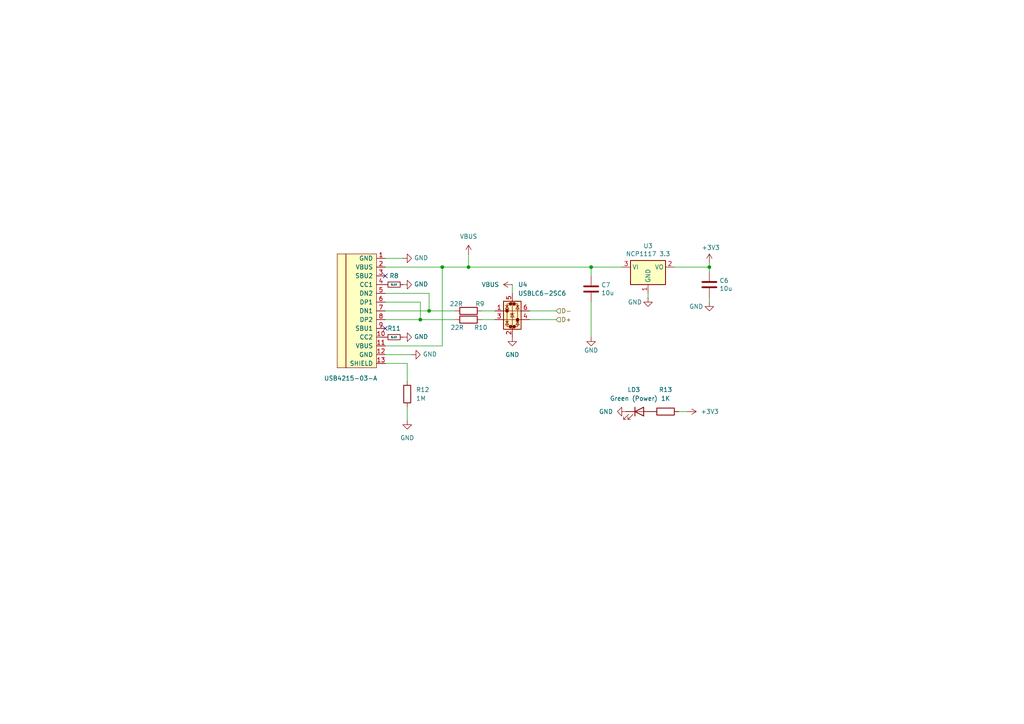
<source format=kicad_sch>
(kicad_sch (version 20250114) (generator "eeschema") (generator_version "9.0")
  (paper "A4")
  (title_block (title "${NAME} ${MODEL}") (date "2025-07-04") (rev "${VERSION}") (company "Mikhail Matveev") (comment 1 "https://github.com/rh1tech/echo"))
  (lib_symbols
    (symbol "+3V3_1" (power) (pin_numbers (hide yes)) (pin_names (offset 0) (hide yes))
      (property "Value" "+3V3" (at 0 3.556 0))
      (symbol "+3V3_1_0_1"
        (polyline (pts (xy -0.762 1.27) (xy 0 2.54)))
        (polyline (pts (xy 0 2.54) (xy 0.762 1.27)))
        (polyline (pts (xy 0 0) (xy 0 2.54)))
      )
      (symbol "+3V3_1_1_1"
        (pin power_in line (at 0 0 90) (length 0) (name "~") (number "1"))
      )
    )
    (symbol "Device:C" (pin_numbers (hide yes)) (pin_names (offset 0.254))
      (property "Reference" "C" (at 0.635 2.54 0))
      (property "Value" "C" (at 0.635 -2.54 0))
      (symbol "C_0_1"
        (polyline (pts (xy -2.032 0.762) (xy 2.032 0.762)) (stroke (width 0.508)))
        (polyline (pts (xy -2.032 -0.762) (xy 2.032 -0.762)) (stroke (width 0.508)))
      )
      (symbol "C_1_1"
        (pin passive line (at 0 3.81 270) (length 2.794) (name "~") (number "1"))
        (pin passive line (at 0 -3.81 90) (length 2.794) (name "~") (number "2"))
      )
    )
    (symbol "Device:LED" (pin_numbers (hide yes)) (pin_names (offset 1.016) (hide yes))
      (property "Reference" "D" (at 0 2.54 0))
      (property "Value" "LED" (at 0 -2.54 0))
      (symbol "LED_0_1"
        (polyline (pts (xy -3.048 -0.762) (xy -4.572 -2.286) (xy -3.81 -2.286) (xy -4.572 -2.286) (xy -4.572 -1.524)))
        (polyline (pts (xy -1.778 -0.762) (xy -3.302 -2.286) (xy -2.54 -2.286) (xy -3.302 -2.286) (xy -3.302 -1.524)))
        (polyline (pts (xy -1.27 0) (xy 1.27 0)))
        (polyline (pts (xy -1.27 -1.27) (xy -1.27 1.27)) (stroke (width 0.254)))
        (polyline (pts (xy 1.27 -1.27) (xy 1.27 1.27) (xy -1.27 0) (xy 1.27 -1.27)) (stroke (width 0.254)))
      )
      (symbol "LED_1_1"
        (pin passive line (at -3.81 0 0) (length 2.54) (name "K") (number "1"))
        (pin passive line (at 3.81 0 180) (length 2.54) (name "A") (number "2"))
      )
    )
    (symbol "Device:R" (pin_numbers (hide yes)) (pin_names (offset 0))
      (property "Reference" "R" (at 2.032 0 90))
      (property "Value" "R" (at 0 0 90))
      (symbol "R_0_1"
        (rectangle (start -1.016 -2.54) (end 1.016 2.54) (stroke (width 0.254)))
      )
      (symbol "R_1_1"
        (pin passive line (at 0 3.81 270) (length 1.27) (name "~") (number "1"))
        (pin passive line (at 0 -3.81 90) (length 1.27) (name "~") (number "2"))
      )
    )
    (symbol "Device:R_Small" (pin_numbers (hide yes)) (pin_names (offset 0.254) (hide yes))
      (property "Reference" "R" (at 0.762 0.508 0))
      (property "Value" "R_Small" (at 0.762 -1.016 0))
      (symbol "R_Small_0_1"
        (rectangle (start -0.762 1.778) (end 0.762 -1.778) (stroke (width 0.2032)))
      )
      (symbol "R_Small_1_1"
        (pin passive line (at 0 2.54 270) (length 0.762) (name "~") (number "1"))
        (pin passive line (at 0 -2.54 90) (length 0.762) (name "~") (number "2"))
      )
    )
    (symbol "FRANK:USB-C" (pin_names (offset 1.016))
      (property "Value" "USB Type C" (at 0.254 -20.828 0))
      (symbol "USB-C_0_1"
        (rectangle (start -11.43 15.24) (end -8.89 -17.78) (fill (type background)))
        (rectangle (start 0 -17.78) (end -8.89 15.24) (fill (type background)))
      )
      (symbol "USB-C_1_1"
        (pin input line (at 2.54 13.97 180) (length 2.54) (name "GND") (number "1"))
        (pin input line (at 2.54 11.43 180) (length 2.54) (name "VBUS") (number "2"))
        (pin input line (at 2.54 8.89 180) (length 2.54) (name "SBU2") (number "3"))
        (pin input line (at 2.54 6.35 180) (length 2.54) (name "CC1") (number "4"))
        (pin input line (at 2.54 3.81 180) (length 2.54) (name "DN2") (number "5"))
        (pin input line (at 2.54 1.27 180) (length 2.54) (name "DP1") (number "6"))
        (pin input line (at 2.54 -1.27 180) (length 2.54) (name "DN1") (number "7"))
        (pin input line (at 2.54 -3.81 180) (length 2.54) (name "DP2") (number "8"))
        (pin input line (at 2.54 -6.35 180) (length 2.54) (name "SBU1") (number "9"))
        (pin input line (at 2.54 -8.89 180) (length 2.54) (name "CC2") (number "10"))
        (pin input line (at 2.54 -11.43 180) (length 2.54) (name "VBUS") (number "11"))
        (pin input line (at 2.54 -13.97 180) (length 2.54) (name "GND") (number "12"))
        (pin input line (at 2.54 -16.51 180) (length 2.54) (name "SHIELD") (number "13"))
      )
    )
    (symbol "GND_1" (power) (pin_numbers (hide yes)) (pin_names (offset 0) (hide yes))
      (property "Value" "GND" (at 0 -3.81 0))
      (symbol "GND_1_0_1"
        (polyline (pts (xy 0 0) (xy 0 -1.27) (xy 1.27 -1.27) (xy 0 -2.54) (xy -1.27 -1.27) (xy 0 -1.27)))
      )
      (symbol "GND_1_1_1"
        (pin power_in line (at 0 0 270) (length 0) (name "~") (number "1"))
      )
    )
    (symbol "GND_2" (power) (pin_numbers (hide yes)) (pin_names (offset 0) (hide yes))
      (property "Value" "GND" (at 0 -3.81 0))
      (symbol "GND_2_0_1"
        (polyline (pts (xy 0 0) (xy 0 -1.27) (xy 1.27 -1.27) (xy 0 -2.54) (xy -1.27 -1.27) (xy 0 -1.27)))
      )
      (symbol "GND_2_1_1"
        (pin power_in line (at 0 0 270) (length 0) (name "~") (number "1"))
      )
    )
    (symbol "GND_3" (power) (pin_numbers (hide yes)) (pin_names (offset 0) (hide yes))
      (property "Value" "GND" (at 0 -3.81 0))
      (symbol "GND_3_0_1"
        (polyline (pts (xy 0 0) (xy 0 -1.27) (xy 1.27 -1.27) (xy 0 -2.54) (xy -1.27 -1.27) (xy 0 -1.27)))
      )
      (symbol "GND_3_1_1"
        (pin power_in line (at 0 0 270) (length 0) (name "~") (number "1"))
      )
    )
    (symbol "GND_4" (power) (pin_numbers (hide yes)) (pin_names (offset 0) (hide yes))
      (property "Value" "GND" (at 0 -3.81 0))
      (symbol "GND_4_0_1"
        (polyline (pts (xy 0 0) (xy 0 -1.27) (xy 1.27 -1.27) (xy 0 -2.54) (xy -1.27 -1.27) (xy 0 -1.27)))
      )
      (symbol "GND_4_1_1"
        (pin power_in line (at 0 0 270) (length 0) (name "~") (number "1"))
      )
    )
    (symbol "GND_5" (power) (pin_numbers (hide yes)) (pin_names (offset 0) (hide yes))
      (property "Value" "GND" (at 0 -3.81 0))
      (symbol "GND_5_0_1"
        (polyline (pts (xy 0 0) (xy 0 -1.27) (xy 1.27 -1.27) (xy 0 -2.54) (xy -1.27 -1.27) (xy 0 -1.27)))
      )
      (symbol "GND_5_1_1"
        (pin power_in line (at 0 0 270) (length 0) (name "~") (number "1"))
      )
    )
    (symbol "GND_6" (power) (pin_numbers (hide yes)) (pin_names (offset 0) (hide yes))
      (property "Value" "GND" (at 0 -3.81 0))
      (symbol "GND_6_0_1"
        (polyline (pts (xy 0 0) (xy 0 -1.27) (xy 1.27 -1.27) (xy 0 -2.54) (xy -1.27 -1.27) (xy 0 -1.27)))
      )
      (symbol "GND_6_1_1"
        (pin power_in line (at 0 0 270) (length 0) (name "~") (number "1"))
      )
    )
    (symbol "GND_7" (power) (pin_numbers (hide yes)) (pin_names (offset 0) (hide yes))
      (property "Value" "GND" (at 0 -3.81 0))
      (symbol "GND_7_0_1"
        (polyline (pts (xy 0 0) (xy 0 -1.27) (xy 1.27 -1.27) (xy 0 -2.54) (xy -1.27 -1.27) (xy 0 -1.27)))
      )
      (symbol "GND_7_1_1"
        (pin power_in line (at 0 0 270) (length 0) (name "~") (number "1"))
      )
    )
    (symbol "Power_Protection:USBLC6-2SC6" (pin_names (hide yes))
      (property "Reference" "U" (at 0.635 5.715 0))
      (property "Value" "USBLC6-2SC6" (at 0.635 3.81 0))
      (symbol "USBLC6-2SC6_0_0"
        (circle (center -1.524 0) (radius 0.0001) (stroke (width 0.508)))
        (circle (center -0.508 2.032) (radius 0.0001) (stroke (width 0.508)))
        (circle (center -0.508 -4.572) (radius 0.0001) (stroke (width 0.508)))
        (circle (center 0.508 2.032) (radius 0.0001) (stroke (width 0.508)))
        (circle (center 0.508 -4.572) (radius 0.0001) (stroke (width 0.508)))
        (circle (center 1.524 -2.54) (radius 0.0001) (stroke (width 0.508)))
      )
      (symbol "USBLC6-2SC6_0_1"
        (polyline (pts (xy -2.54 0) (xy 2.54 0)))
        (polyline (pts (xy -2.54 -2.54) (xy 2.54 -2.54)))
        (polyline (pts (xy -2.032 0.508) (xy -1.016 0.508) (xy -1.524 1.524) (xy -2.032 0.508)))
        (polyline (pts (xy -2.032 -3.048) (xy -1.016 -3.048)))
        (polyline (pts (xy -1.016 1.524) (xy -2.032 1.524)))
        (polyline (pts (xy -1.016 -4.064) (xy -2.032 -4.064) (xy -1.524 -3.048) (xy -1.016 -4.064)))
        (polyline (pts (xy -0.508 -1.143) (xy -0.508 -0.762) (xy 0.508 -0.762)))
        (polyline (pts (xy 0 2.54) (xy -0.508 2.032) (xy 0.508 2.032) (xy 0 1.524) (xy 0 -4.064) (xy -0.508 -4.572) (xy 0.508 -4.572) (xy 0 -5.08)))
        (polyline (pts (xy 0.508 -1.778) (xy -0.508 -1.778) (xy 0 -0.762) (xy 0.508 -1.778)))
        (polyline (pts (xy 1.016 1.524) (xy 2.032 1.524)))
        (polyline (pts (xy 1.016 -3.048) (xy 2.032 -3.048)))
        (polyline (pts (xy 2.032 0.508) (xy 1.016 0.508) (xy 1.524 1.524) (xy 2.032 0.508)))
        (polyline (pts (xy 2.032 -4.064) (xy 1.016 -4.064) (xy 1.524 -3.048) (xy 2.032 -4.064)))
      )
      (symbol "USBLC6-2SC6_1_1"
        (rectangle (start -2.54 2.794) (end 2.54 -5.334) (stroke (width 0.254)) (fill (type background)))
        (polyline (pts (xy -0.508 2.032) (xy -1.524 2.032) (xy -1.524 -4.572) (xy -0.508 -4.572)))
        (polyline (pts (xy 0.508 -4.572) (xy 1.524 -4.572) (xy 1.524 2.032) (xy 0.508 2.032)))
        (pin passive line (at -5.08 0 0) (length 2.54) (name "I/O1") (number "1"))
        (pin passive line (at -5.08 -2.54 0) (length 2.54) (name "I/O2") (number "3"))
        (pin passive line (at 0 5.08 270) (length 2.54) (name "VBUS") (number "5"))
        (pin passive line (at 0 -7.62 90) (length 2.54) (name "GND") (number "2"))
        (pin passive line (at 5.08 0 180) (length 2.54) (name "I/O1") (number "6"))
        (pin passive line (at 5.08 -2.54 180) (length 2.54) (name "I/O2") (number "4"))
      )
    )
    (symbol "Regulator_Linear:NCP1117-3.3_SOT223"
      (property "Reference" "U" (at -3.81 3.175 0))
      (property "Value" "NCP1117-3.3_SOT223" (at 0 3.175 0))
      (symbol "NCP1117-3.3_SOT223_0_1"
        (rectangle (start -5.08 -5.08) (end 5.08 1.905) (stroke (width 0.254)) (fill (type background)))
      )
      (symbol "NCP1117-3.3_SOT223_1_1"
        (pin power_in line (at -7.62 0 0) (length 2.54) (name "VI") (number "3"))
        (pin power_in line (at 0 -7.62 90) (length 2.54) (name "GND") (number "1"))
        (pin power_out line (at 7.62 0 180) (length 2.54) (name "VO") (number "2"))
      )
    )
    (symbol "power:+3V3" (power) (pin_numbers (hide yes)) (pin_names (offset 0) (hide yes))
      (property "Value" "+3V3" (at 0 3.556 0))
      (symbol "+3V3_0_1"
        (polyline (pts (xy -0.762 1.27) (xy 0 2.54)))
        (polyline (pts (xy 0 2.54) (xy 0.762 1.27)))
        (polyline (pts (xy 0 0) (xy 0 2.54)))
      )
      (symbol "+3V3_1_1"
        (pin power_in line (at 0 0 90) (length 0) (name "~") (number "1"))
      )
    )
    (symbol "power:GND" (power) (pin_numbers (hide yes)) (pin_names (offset 0) (hide yes))
      (property "Value" "GND" (at 0 -3.81 0))
      (symbol "GND_0_1"
        (polyline (pts (xy 0 0) (xy 0 -1.27) (xy 1.27 -1.27) (xy 0 -2.54) (xy -1.27 -1.27) (xy 0 -1.27)))
      )
      (symbol "GND_1_1"
        (pin power_in line (at 0 0 270) (length 0) (name "~") (number "1"))
      )
    )
    (symbol "power:VBUS" (power) (pin_numbers (hide yes)) (pin_names (offset 0) (hide yes))
      (property "Value" "VBUS" (at 0 3.556 0))
      (symbol "VBUS_0_1"
        (polyline (pts (xy -0.762 1.27) (xy 0 2.54)))
        (polyline (pts (xy 0 2.54) (xy 0.762 1.27)))
        (polyline (pts (xy 0 0) (xy 0 2.54)))
      )
      (symbol "VBUS_1_1"
        (pin power_in line (at 0 0 90) (length 0) (name "~") (number "1"))
      )
    )
  )
  (junction (at 121.92 92.71))
  (junction (at 171.45 77.47))
  (junction (at 128.27 77.47))
  (junction (at 124.46 90.17))
  (junction (at 205.74 77.47))
  (junction (at 135.89 77.47))
  (no_connect (at 111.76 95.25))
  (no_connect (at 111.76 80.01))
  (wire (pts (xy 111.76 77.47) (xy 128.27 77.47)))
  (wire (pts (xy 111.76 87.63) (xy 121.92 87.63)))
  (wire (pts (xy 139.7 90.17) (xy 143.51 90.17)))
  (wire (pts (xy 135.89 77.47) (xy 171.45 77.47)))
  (wire (pts (xy 111.76 102.87) (xy 119.38 102.87)))
  (wire (pts (xy 180.34 77.47) (xy 171.45 77.47)))
  (wire (pts (xy 205.74 77.47) (xy 205.74 76.2)))
  (wire (pts (xy 148.59 82.55) (xy 148.59 85.09)))
  (wire (pts (xy 153.67 92.71) (xy 161.29 92.71)))
  (wire (pts (xy 128.27 100.33) (xy 111.76 100.33)))
  (wire (pts (xy 205.74 78.74) (xy 205.74 77.47)))
  (wire (pts (xy 118.11 121.92) (xy 118.11 118.11)))
  (wire (pts (xy 195.58 77.47) (xy 205.74 77.47)))
  (wire (pts (xy 111.76 85.09) (xy 124.46 85.09)))
  (wire (pts (xy 111.76 90.17) (xy 124.46 90.17)))
  (wire (pts (xy 124.46 90.17) (xy 132.08 90.17)))
  (wire (pts (xy 128.27 77.47) (xy 128.27 100.33)))
  (wire (pts (xy 111.76 74.93) (xy 116.84 74.93)))
  (wire (pts (xy 139.7 92.71) (xy 143.51 92.71)))
  (wire (pts (xy 205.74 86.36) (xy 205.74 87.63)))
  (wire (pts (xy 171.45 77.47) (xy 171.45 80.01)))
  (wire (pts (xy 111.76 92.71) (xy 121.92 92.71)))
  (wire (pts (xy 171.45 87.63) (xy 171.45 97.79)))
  (wire (pts (xy 118.11 105.41) (xy 118.11 110.49)))
  (wire (pts (xy 111.76 105.41) (xy 118.11 105.41)))
  (wire (pts (xy 135.89 73.66) (xy 135.89 77.47)))
  (wire (pts (xy 196.85 119.38) (xy 199.39 119.38)))
  (wire (pts (xy 153.67 90.17) (xy 161.29 90.17)))
  (wire (pts (xy 128.27 77.47) (xy 135.89 77.47)))
  (wire (pts (xy 187.96 85.09) (xy 187.96 86.36)))
  (wire (pts (xy 124.46 85.09) (xy 124.46 90.17)))
  (wire (pts (xy 121.92 92.71) (xy 132.08 92.71)))
  (wire (pts (xy 121.92 87.63) (xy 121.92 92.71)))
  (hierarchical_label "D-" (shape input) (at 161.29 90.17 0))
  (hierarchical_label "D+" (shape input) (at 161.29 92.71 0))
  (symbol (lib_name "GND_3") (lib_id "power:GND") (at 171.45 97.79 0) (unit 1)
    (property "Reference" "#PWR027" (effects (hide yes)))
    (property "Value" "GND" (at 171.45 101.6 0))
    (property "Description" "Power symbol creates a global label with name \"GND\" , ground" (effects (hide yes)))
  )
  (symbol (lib_id "power:VBUS") (at 135.89 73.66 0) (unit 1)
    (property "Reference" "#PWR018" (effects (hide yes)))
    (property "Value" "VBUS" (at 135.89 68.58 0))
    (property "Description" "Power symbol creates a global label with name \"VBUS\"" (effects (hide yes)))
  )
  (symbol (lib_name "GND_5") (lib_id "power:GND") (at 116.84 97.79 90) (unit 1)
    (property "Reference" "#PWR025" (effects (hide yes)))
    (property "Value" "GND" (at 120.0912 97.663 90) (effects (justify right)))
    (property "Description" "Power symbol creates a global label with name \"GND\" , ground" (effects (hide yes)))
  )
  (symbol (lib_name "GND_2") (lib_id "power:GND") (at 181.61 119.38 270) (unit 1)
    (property "Reference" "#PWR029" (effects (hide yes)))
    (property "Value" "GND" (at 177.8 119.3799 90) (effects (justify right)))
    (property "Description" "Power symbol creates a global label with name \"GND\" , ground" (effects (hide yes)))
  )
  (symbol (lib_id "Power_Protection:USBLC6-2SC6") (at 148.59 90.17 0) (unit 1)
    (property "Reference" "U4" (at 150.2411 82.55 0) (effects (justify left)))
    (property "Value" "USBLC6-2SC6" (at 150.2411 85.09 0) (effects (justify left)))
    (property "Footprint" "FRANK:SOT-23-6" (effects (hide yes)))
    (property "Datasheet" "https://www.st.com/resource/en/datasheet/usblc6-2.pdf" (effects (hide yes)))
    (property "Description" "Very low capacitance ESD protection diode, 2 data-line, SOT-23-6" (effects (hide yes)))
  )
  (symbol (lib_id "power:GND") (at 148.59 97.79 0) (unit 1)
    (property "Reference" "#PWR026" (effects (hide yes)))
    (property "Value" "GND" (at 148.59 102.87 0))
    (property "Description" "Power symbol creates a global label with name \"GND\" , ground" (effects (hide yes)))
  )
  (symbol (lib_id "Device:LED") (at 185.42 119.38 0) (unit 1)
    (property "Reference" "LD3" (at 183.8325 113.03 0))
    (property "Value" "Green (Power)" (at 183.8325 115.57 0))
    (property "Footprint" "FRANK:LED (0805)" (effects (hide yes)))
    (property "Datasheet" "https://www.farnell.com/datasheets/1760130.pdf" (effects (hide yes)))
    (property "Description" "Light emitting diode" (effects (hide yes)))
    (property "AliExpress" "https://www.aliexpress.com/item/1005007252088951.html" (effects (hide yes)))
    (property "Sim.Pins" "1=K 2=A" (effects (hide yes)))
  )
  (symbol (lib_id "Regulator_Linear:NCP1117-3.3_SOT223") (at 187.96 77.47 0) (unit 1)
    (property "Reference" "U3" (at 187.96 71.3232 0))
    (property "Value" "NCP1117 3.3" (at 187.96 73.6346 0))
    (property "Footprint" "FRANK:SOT-223" (effects (hide yes)))
    (property "Datasheet" "http://www.onsemi.com/pub_link/Collateral/NCP1117-D.PDF" (effects (hide yes)))
    (property "AliExpress" "https://www.aliexpress.com/item/1005005802338707.html" (effects (hide yes)))
  )
  (symbol (lib_id "Device:R") (at 135.89 90.17 270) (mirror x) (unit 1)
    (property "Reference" "R9" (at 139.192 88.138 90))
    (property "Value" "22R" (at 132.334 88.138 90))
    (property "Footprint" "FRANK:Resistor (0402)" (effects (hide yes)))
    (property "Datasheet" "https://www.vishay.com/docs/28952/mcs0402at-mct0603at-mcu0805at-mca1206at.pdf" (effects (hide yes)))
    (property "AliExpress" "https://www.aliexpress.com/item/1005005945735199.html" (effects (hide yes)))
  )
  (symbol (lib_id "Device:C") (at 205.74 82.55 0) (unit 1)
    (property "Reference" "C6" (at 208.661 81.3816 0) (effects (justify left)))
    (property "Value" "10u" (at 208.661 83.693 0) (effects (justify left)))
    (property "Footprint" "FRANK:Capacitor (0805)" (effects (hide yes)))
    (property "Datasheet" "https://eu.mouser.com/datasheet/2/40/KGM_X7R-3223212.pdf" (effects (hide yes)))
    (property "AliExpress" "https://www.aliexpress.com/item/33008008276.html" (effects (hide yes)))
  )
  (symbol (lib_name "GND_7") (lib_id "power:GND") (at 119.38 102.87 90) (unit 1)
    (property "Reference" "#PWR028" (effects (hide yes)))
    (property "Value" "GND" (at 122.6312 102.743 90) (effects (justify right)))
    (property "Description" "Power symbol creates a global label with name \"GND\" , ground" (effects (hide yes)))
  )
  (symbol (lib_id "FRANK:USB-C") (at 109.22 88.9 0) (unit 1)
    (property "Reference" "J1" (effects (hide yes)))
    (property "Value" "USB4215-03-A" (at 109.474 109.728 0) (effects (justify right)))
    (property "Footprint" "FRANK:USB Type C" (effects (hide yes)))
    (property "Datasheet" "https://eu.mouser.com/datasheet/2/837/usb4215-3472997.pdf" (effects (hide yes)))
    (property "AliExpress" "https://www.aliexpress.com/item/1005005500797563.html" (effects (hide yes)))
  )
  (symbol (lib_id "power:VBUS") (at 148.59 82.55 90) (unit 1)
    (property "Reference" "#PWR022" (effects (hide yes)))
    (property "Value" "VBUS" (at 144.78 82.5499 90) (effects (justify left)))
    (property "Description" "Power symbol creates a global label with name \"VBUS\"" (effects (hide yes)))
  )
  (symbol (lib_id "Device:C") (at 171.45 83.82 0) (unit 1)
    (property "Reference" "C7" (at 174.371 82.6516 0) (effects (justify left)))
    (property "Value" "10u" (at 174.371 84.963 0) (effects (justify left)))
    (property "Footprint" "FRANK:Capacitor (0805)" (effects (hide yes)))
    (property "Datasheet" "https://eu.mouser.com/datasheet/2/40/KGM_X7R-3223212.pdf" (effects (hide yes)))
    (property "AliExpress" "https://www.aliexpress.com/item/33008008276.html" (effects (hide yes)))
  )
  (symbol (lib_id "Device:R") (at 193.04 119.38 90) (unit 1)
    (property "Reference" "R13" (at 193.04 113.03 90))
    (property "Value" "1K" (at 193.04 115.57 90))
    (property "Footprint" "FRANK:Resistor (0402)" (effects (hide yes)))
    (property "Datasheet" "https://www.vishay.com/docs/28952/mcs0402at-mct0603at-mcu0805at-mca1206at.pdf" (effects (hide yes)))
    (property "Description" "Resistor" (effects (hide yes)))
    (property "AliExpress" "https://www.aliexpress.com/item/1005005945735199.html" (effects (hide yes)))
  )
  (symbol (lib_id "Device:R_Small") (at 114.3 97.79 270) (unit 1)
    (property "Reference" "R11" (at 114.3 95.25 90))
    (property "Value" "5.1K" (at 114.3 97.79 90) (effects (font (size 0.508 0.508))))
    (property "Footprint" "FRANK:Resistor (0402)" (effects (hide yes)))
    (property "Datasheet" "https://www.vishay.com/docs/28952/mcs0402at-mct0603at-mcu0805at-mca1206at.pdf" (effects (hide yes)))
    (property "AliExpress" "https://www.aliexpress.com/item/1005005945735199.html" (effects (hide yes)))
  )
  (symbol (lib_name "GND_6") (lib_id "power:GND") (at 116.84 82.55 90) (unit 1)
    (property "Reference" "#PWR021" (effects (hide yes)))
    (property "Value" "GND" (at 120.0912 82.423 90) (effects (justify right)))
    (property "Description" "Power symbol creates a global label with name \"GND\" , ground" (effects (hide yes)))
  )
  (symbol (lib_name "GND_1") (lib_id "power:GND") (at 205.74 87.63 0) (unit 1)
    (property "Reference" "#PWR024" (effects (hide yes)))
    (property "Value" "GND" (at 201.93 88.9 0))
    (property "Description" "Power symbol creates a global label with name \"GND\" , ground" (effects (hide yes)))
  )
  (symbol (lib_id "power:+3V3") (at 205.74 76.2 0) (unit 1)
    (property "Reference" "#PWR020" (effects (hide yes)))
    (property "Value" "+3V3" (at 206.121 71.8058 0))
    (property "Description" "Power symbol creates a global label with name \"+3V3\"" (effects (hide yes)))
  )
  (symbol (lib_id "Device:R_Small") (at 114.3 82.55 270) (unit 1)
    (property "Reference" "R8" (at 114.3 80.01 90))
    (property "Value" "5.1K" (at 114.3 82.55 90) (effects (font (size 0.508 0.508))))
    (property "Footprint" "FRANK:Resistor (0402)" (effects (hide yes)))
    (property "Datasheet" "https://www.vishay.com/docs/28952/mcs0402at-mct0603at-mcu0805at-mca1206at.pdf" (effects (hide yes)))
    (property "AliExpress" "https://www.aliexpress.com/item/1005005945735199.html" (effects (hide yes)))
  )
  (symbol (lib_id "power:GND") (at 116.84 74.93 90) (unit 1)
    (property "Reference" "#PWR019" (effects (hide yes)))
    (property "Value" "GND" (at 120.0912 74.803 90) (effects (justify right)))
    (property "Description" "Power symbol creates a global label with name \"GND\" , ground" (effects (hide yes)))
  )
  (symbol (lib_id "Device:R") (at 135.89 92.71 270) (mirror x) (unit 1)
    (property "Reference" "R10" (at 139.446 94.996 90))
    (property "Value" "22R" (at 132.588 94.996 90))
    (property "Footprint" "FRANK:Resistor (0402)" (effects (hide yes)))
    (property "Datasheet" "https://www.vishay.com/docs/28952/mcs0402at-mct0603at-mcu0805at-mca1206at.pdf" (effects (hide yes)))
    (property "AliExpress" "https://www.aliexpress.com/item/1005005945735199.html" (effects (hide yes)))
  )
  (symbol (lib_id "power:GND") (at 118.11 121.92 0) (unit 1)
    (property "Reference" "#PWR031" (effects (hide yes)))
    (property "Value" "GND" (at 118.11 127 0))
    (property "Description" "Power symbol creates a global label with name \"GND\" , ground" (effects (hide yes)))
  )
  (symbol (lib_id "Device:R") (at 118.11 114.3 0) (unit 1)
    (property "Reference" "R12" (at 120.65 113.0299 0) (effects (justify left)))
    (property "Value" "1M" (at 120.65 115.5699 0) (effects (justify left)))
    (property "Footprint" "FRANK:Resistor (0402)" (effects (hide yes)))
    (property "Datasheet" "https://www.vishay.com/docs/28952/mcs0402at-mct0603at-mcu0805at-mca1206at.pdf" (effects (hide yes)))
    (property "AliExpress" "https://www.aliexpress.com/item/1005005945735199.html" (effects (hide yes)))
  )
  (symbol (lib_name "+3V3_1") (lib_id "power:+3V3") (at 199.39 119.38 270) (unit 1)
    (property "Reference" "#PWR030" (effects (hide yes)))
    (property "Value" "+3V3" (at 203.2 119.3799 90) (effects (justify left)))
    (property "Description" "Power symbol creates a global label with name \"+3V3\"" (effects (hide yes)))
  )
  (symbol (lib_name "GND_4") (lib_id "power:GND") (at 187.96 86.36 0) (unit 1)
    (property "Reference" "#PWR023" (effects (hide yes)))
    (property "Value" "GND" (at 184.15 87.63 0))
    (property "Description" "Power symbol creates a global label with name \"GND\" , ground" (effects (hide yes)))
  )
)
</source>
